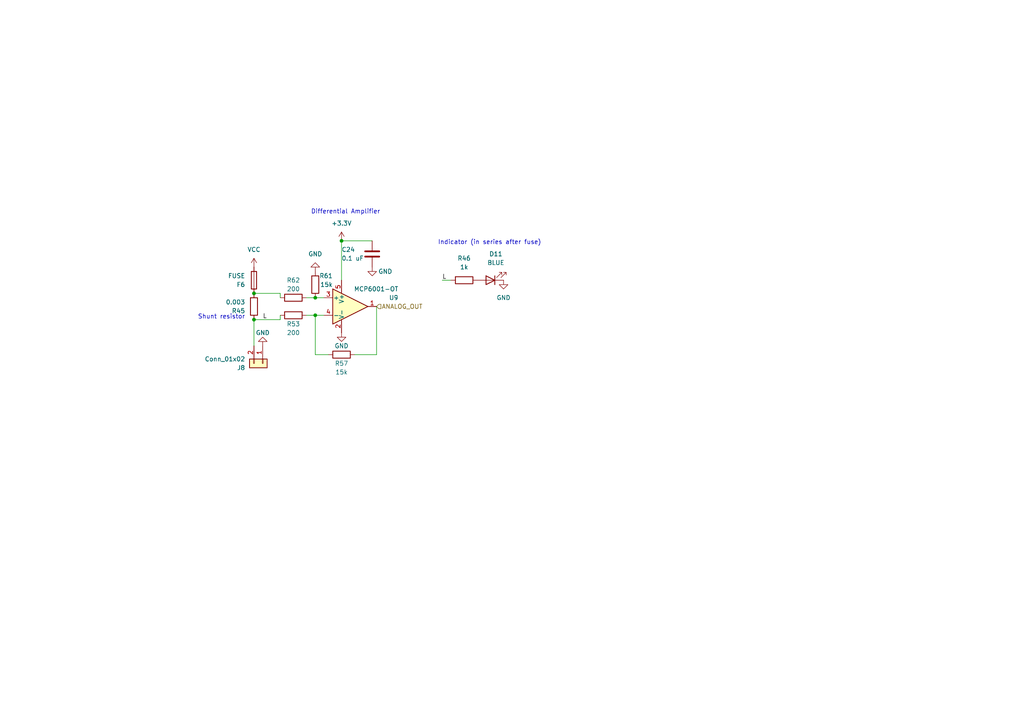
<source format=kicad_sch>
(kicad_sch (version 20230121) (generator eeschema)
  (paper "A4")
  (lib_symbols
    (symbol "Amplifier_Operational:MCP6001-OT" (pin_names (offset 0.127))
      (property "Reference" "U" (at -1.27 6.35 0))
      (property "Value" "MCP6001-OT" (at -1.27 3.81 0))
      (symbol "MCP6001-OT_0_1"
        (polyline (pts (xy -5.08 5.08) (xy 5.08 0) (xy -5.08 -5.08) (xy -5.08 5.08)) (stroke (width 0.254)) (fill (type background)))
        (pin power_in line (at -2.54 -7.62 90) (length 3.81) (name "V-") (number "2"))
        (pin power_in line (at -2.54 7.62 270) (length 3.81) (name "V+") (number "5"))
      )
      (symbol "MCP6001-OT_1_1"
        (pin output line (at 7.62 0 180) (length 2.54) (name "~") (number "1"))
        (pin input line (at -7.62 2.54 0) (length 2.54) (name "+") (number "3"))
        (pin input line (at -7.62 -2.54 0) (length 2.54) (name "-") (number "4"))
      )
    )
    (symbol "Connector_Generic:Conn_01x02" (pin_names (offset 1.016) hide)
      (property "Reference" "J" (at 0 2.54 0))
      (property "Value" "Conn_01x02" (at 0 -5.08 0))
      (symbol "Conn_01x02_1_1"
        (rectangle (start -1.27 -2.413) (end 0 -2.667) (stroke (width 0.1524)))
        (rectangle (start -1.27 0.127) (end 0 -0.127) (stroke (width 0.1524)))
        (rectangle (start -1.27 1.27) (end 1.27 -3.81) (stroke (width 0.254)) (fill (type background)))
        (pin passive line (at -5.08 0 0) (length 3.81) (name "Pin_1") (number "1"))
        (pin passive line (at -5.08 -2.54 0) (length 3.81) (name "Pin_2") (number "2"))
      )
    )
    (symbol "Device:C" (pin_numbers hide) (pin_names (offset 0.254))
      (property "Reference" "C" (at 0.635 2.54 0))
      (property "Value" "C" (at 0.635 -2.54 0))
      (symbol "C_0_1"
        (polyline (pts (xy -2.032 -0.762) (xy 2.032 -0.762)) (stroke (width 0.508)))
        (polyline (pts (xy -2.032 0.762) (xy 2.032 0.762)) (stroke (width 0.508)))
      )
      (symbol "C_1_1"
        (pin passive line (at 0 3.81 270) (length 2.794) (name "~") (number "1"))
        (pin passive line (at 0 -3.81 90) (length 2.794) (name "~") (number "2"))
      )
    )
    (symbol "Device:Fuse" (pin_numbers hide) (pin_names (offset 0))
      (property "Reference" "F" (at 2.032 0 90))
      (property "Value" "Fuse" (at -1.905 0 90))
      (symbol "Fuse_0_1"
        (rectangle (start -0.762 -2.54) (end 0.762 2.54) (stroke (width 0.254)))
        (polyline (pts (xy 0 2.54) (xy 0 -2.54)))
      )
      (symbol "Fuse_1_1"
        (pin passive line (at 0 3.81 270) (length 1.27) (name "~") (number "1"))
        (pin passive line (at 0 -3.81 90) (length 1.27) (name "~") (number "2"))
      )
    )
    (symbol "Device:LED" (pin_numbers hide) (pin_names (offset 1.016) hide)
      (property "Reference" "D" (at 0 2.54 0))
      (property "Value" "LED" (at 0 -2.54 0))
      (symbol "LED_0_1"
        (polyline (pts (xy -1.27 -1.27) (xy -1.27 1.27)) (stroke (width 0.254)))
        (polyline (pts (xy -1.27 0) (xy 1.27 0)))
        (polyline (pts (xy 1.27 -1.27) (xy 1.27 1.27) (xy -1.27 0) (xy 1.27 -1.27)) (stroke (width 0.254)))
        (polyline (pts (xy -3.048 -0.762) (xy -4.572 -2.286) (xy -3.81 -2.286) (xy -4.572 -2.286) (xy -4.572 -1.524)))
        (polyline (pts (xy -1.778 -0.762) (xy -3.302 -2.286) (xy -2.54 -2.286) (xy -3.302 -2.286) (xy -3.302 -1.524)))
      )
      (symbol "LED_1_1"
        (pin passive line (at -3.81 0 0) (length 2.54) (name "K") (number "1"))
        (pin passive line (at 3.81 0 180) (length 2.54) (name "A") (number "2"))
      )
    )
    (symbol "Device:R" (pin_numbers hide) (pin_names (offset 0))
      (property "Reference" "R" (at 2.032 0 90))
      (property "Value" "R" (at 0 0 90))
      (symbol "R_0_1"
        (rectangle (start -1.016 -2.54) (end 1.016 2.54) (stroke (width 0.254)))
      )
      (symbol "R_1_1"
        (pin passive line (at 0 3.81 270) (length 1.27) (name "~") (number "1"))
        (pin passive line (at 0 -3.81 90) (length 1.27) (name "~") (number "2"))
      )
    )
    (symbol "power:+3.3V" (power) (pin_names (offset 0))
      (property "Value" "+3.3V" (at 0 3.556 0))
      (symbol "+3.3V_0_1"
        (polyline (pts (xy -0.762 1.27) (xy 0 2.54)))
        (polyline (pts (xy 0 0) (xy 0 2.54)))
        (polyline (pts (xy 0 2.54) (xy 0.762 1.27)))
      )
      (symbol "+3.3V_1_1"
        (pin power_in line (at 0 0 90) (length 0) hide (name "+3.3V") (number "1"))
      )
    )
    (symbol "power:GND" (power) (pin_names (offset 0))
      (property "Value" "GND" (at 0 -3.81 0))
      (symbol "GND_0_1"
        (polyline (pts (xy 0 0) (xy 0 -1.27) (xy 1.27 -1.27) (xy 0 -2.54) (xy -1.27 -1.27) (xy 0 -1.27)))
      )
      (symbol "GND_1_1"
        (pin power_in line (at 0 0 270) (length 0) hide (name "GND") (number "1"))
      )
    )
    (symbol "power:VCC" (power) (pin_names (offset 0))
      (property "Value" "VCC" (at 0 3.81 0))
      (symbol "VCC_0_1"
        (polyline (pts (xy -0.762 1.27) (xy 0 2.54)))
        (polyline (pts (xy 0 0) (xy 0 2.54)))
        (polyline (pts (xy 0 2.54) (xy 0.762 1.27)))
      )
      (symbol "VCC_1_1"
        (pin power_in line (at 0 0 90) (length 0) hide (name "VCC") (number "1"))
      )
    )
  )
  (junction (at 91.44 91.44))
  (junction (at 73.66 85.09))
  (junction (at 91.44 86.36))
  (junction (at 99.06 69.85))
  (junction (at 73.66 92.71))
  (wire (pts (xy 93.98 91.44) (xy 91.44 91.44)))
  (wire (pts (xy 91.44 86.36) (xy 88.9 86.36)))
  (wire (pts (xy 81.28 91.44) (xy 81.28 92.71)))
  (wire (pts (xy 128.27 81.28) (xy 130.81 81.28)))
  (wire (pts (xy 81.28 86.36) (xy 81.28 85.09)))
  (wire (pts (xy 99.06 69.85) (xy 107.95 69.85)))
  (wire (pts (xy 93.98 86.36) (xy 91.44 86.36)))
  (wire (pts (xy 91.44 102.87) (xy 91.44 91.44)))
  (wire (pts (xy 73.66 100.33) (xy 73.66 92.71)))
  (wire (pts (xy 109.22 102.87) (xy 109.22 88.9)))
  (wire (pts (xy 73.66 92.71) (xy 81.28 92.71)))
  (wire (pts (xy 91.44 91.44) (xy 88.9 91.44)))
  (wire (pts (xy 91.44 102.87) (xy 95.25 102.87)))
  (wire (pts (xy 99.06 69.85) (xy 99.06 81.28)))
  (wire (pts (xy 73.66 85.09) (xy 81.28 85.09)))
  (wire (pts (xy 102.87 102.87) (xy 109.22 102.87)))
  (text "Differential Amplifier" (at 90.17 62.23 0) (effects (font (size 1.27 1.27)) (justify left bottom)))
  (text "Shunt resistor" (at 71.12 92.71 0) (effects (font (size 1.27 1.27)) (justify right bottom)))
  (text "Indicator (in series after fuse)" (at 127 71.12 0) (effects (font (size 1.27 1.27)) (justify left bottom)))
  (label "L" (at 76.2 92.71 0))
  (label "L" (at 128.27 81.28 0))
  (hierarchical_label "ANALOG_OUT" (shape input) (at 109.22 88.9 0))
  (symbol (lib_id "Connector_Generic:Conn_01x02") (at 76.2 105.41 270) (unit 1)
    (property "Reference" "J8" (at 71.12 106.6801 90) (effects (justify right)))
    (property "Value" "Conn_01x02" (at 71.12 104.1401 90) (effects (justify right)))
    (property "Footprint" "Connector_JST:JST_VH_B2P-VH-B_1x02_P3.96mm_Vertical" (effects hide))
    (instances (project "Hephaestos" (path "" (reference "J8") (unit 1)) (path "" (reference "J9") (unit 1)) (path "" (reference "J10") (unit 1)) (path "" (reference "J10") (unit 1)) (path "" (reference "J9") (unit 1)) (path "" (reference "J3") (unit 1)) (path "" (reference "J2") (unit 1)) (path "" (reference "J1") (unit 1))))
  )
  (symbol (lib_id "power:GND") (at 91.44 78.74 180) (unit 1)
    (property "Reference" "#PWR039" (effects hide))
    (property "Value" "GND" (at 91.44 73.66 0))
    (instances (project "Hephaestos" (path "" (reference "#PWR039") (unit 1)) (path "" (reference "#PWR046") (unit 1)) (path "" (reference "#PWR056") (unit 1)) (path "" (reference "#PWR063") (unit 1)) (path "" (reference "#PWR070") (unit 1)) (path "" (reference "#PWR077") (unit 1)) (path "" (reference "#PWR084") (unit 1)) (path "" (reference "#PWR091") (unit 1))))
  )
  (symbol (lib_id "power:VCC") (at 73.66 77.47 0) (unit 1)
    (property "Reference" "#PWR035" (effects hide))
    (property "Value" "VCC" (at 73.66 72.39 0))
    (instances (project "Hephaestos" (path "" (reference "#PWR035") (unit 1)) (path "" (reference "#PWR045") (unit 1)) (path "" (reference "#PWR055") (unit 1)) (path "" (reference "#PWR062") (unit 1)) (path "" (reference "#PWR069") (unit 1)) (path "" (reference "#PWR076") (unit 1)) (path "" (reference "#PWR083") (unit 1)) (path "" (reference "#PWR090") (unit 1))))
  )
  (symbol (lib_id "Device:R") (at 99.06 102.87 90) (unit 1)
    (property "Reference" "R57" (at 99.06 105.41 90))
    (property "Value" "15k" (at 99.06 107.95 90))
    (property "Footprint" "Resistor_SMD:R_0402_1005Metric" (effects hide))
    (instances (project "Hephaestos" (path "" (reference "R57") (unit 1)) (path "" (reference "R58") (unit 1)) (path "" (reference "R59") (unit 1)) (path "" (reference "R53") (unit 1)) (path "" (reference "R61") (unit 1)) (path "" (reference "R14") (unit 1)) (path "" (reference "R12") (unit 1)) (path "" (reference "R10") (unit 1))))
  )
  (symbol (lib_id "power:GND") (at 76.2 100.33 180) (unit 1)
    (property "Reference" "#PWR07" (effects hide))
    (property "Value" "GND" (at 76.2 96.52 0))
    (instances (project "Hephaestos" (path "" (reference "#PWR07") (unit 1)) (path "" (reference "#PWR09") (unit 1)) (path "" (reference "#PWR022") (unit 1)) (path "" (reference "#PWR023") (unit 1)) (path "" (reference "#PWR024") (unit 1)) (path "" (reference "#PWR025") (unit 1)) (path "" (reference "#PWR026") (unit 1)) (path "" (reference "#PWR027") (unit 1))))
  )
  (symbol (lib_id "Amplifier_Operational:MCP6001-OT") (at 101.6 88.9 0) (unit 1)
    (property "Reference" "U9" (at 115.57 86.36 0) (effects (justify right)))
    (property "Value" "MCP6001-OT" (at 115.57 83.82 0) (effects (justify right)))
    (property "Footprint" "Package_TO_SOT_SMD:SOT-23-5" (effects hide))
    (property "Datasheet" "http://ww1.microchip.com/downloads/en/DeviceDoc/21733j.pdf" (effects hide))
    (property "JLCPCB_CORRECTION" "0; 0; 180" (effects hide))
    (instances (project "Hephaestos" (path "" (reference "U9") (unit 1)) (path "" (reference "U10") (unit 1)) (path "" (reference "U11") (unit 1)) (path "" (reference "U12") (unit 1)) (path "" (reference "U13") (unit 1)) (path "" (reference "U3") (unit 1)) (path "" (reference "U2") (unit 1)) (path "" (reference "U1") (unit 1))))
  )
  (symbol (lib_id "power:GND") (at 107.95 77.47 0) (unit 1)
    (property "Reference" "#PWR032" (effects hide))
    (property "Value" "GND" (at 111.76 78.74 0))
    (instances (project "Hephaestos" (path "" (reference "#PWR032") (unit 1)) (path "" (reference "#PWR042") (unit 1)) (path "" (reference "#PWR052") (unit 1)) (path "" (reference "#PWR059") (unit 1)) (path "" (reference "#PWR066") (unit 1)) (path "" (reference "#PWR073") (unit 1)) (path "" (reference "#PWR080") (unit 1)) (path "" (reference "#PWR087") (unit 1))))
  )
  (symbol (lib_id "Device:C") (at 107.95 73.66 0) (unit 1)
    (property "Reference" "C24" (at 99.06 72.39 0) (effects (justify left)))
    (property "Value" "0.1 uF" (at 99.06 74.93 0) (effects (justify left)))
    (property "Footprint" "Capacitor_SMD:C_0402_1005Metric" (effects hide))
    (instances (project "Hephaestos" (path "" (reference "C24") (unit 1)) (path "" (reference "C25") (unit 1)) (path "" (reference "C26") (unit 1)) (path "" (reference "C25") (unit 1)) (path "" (reference "C26") (unit 1)) (path "" (reference "C3") (unit 1)) (path "" (reference "C2") (unit 1)) (path "" (reference "C1") (unit 1))))
  )
  (symbol (lib_id "Device:LED") (at 142.24 81.28 180) (unit 1)
    (property "Reference" "D11" (at 143.8275 73.66 0))
    (property "Value" "BLUE" (at 143.8275 76.2 0))
    (property "Footprint" "LED_SMD:LED_0805_2012Metric" (effects hide))
    (instances (project "Hephaestos" (path "" (reference "D11") (unit 1)) (path "" (reference "D12") (unit 1)) (path "" (reference "D13") (unit 1)) (path "" (reference "D13") (unit 1)) (path "" (reference "D11") (unit 1)) (path "" (reference "D3") (unit 1)) (path "" (reference "D2") (unit 1)) (path "" (reference "D1") (unit 1))))
  )
  (symbol (lib_id "Device:R") (at 85.09 86.36 270) (unit 1)
    (property "Reference" "R62" (at 85.09 81.28 90))
    (property "Value" "200" (at 85.09 83.82 90))
    (property "Footprint" "Resistor_SMD:R_0402_1005Metric" (effects hide))
    (instances (project "Hephaestos" (path "" (reference "R62") (unit 1)) (path "" (reference "R64") (unit 1)) (path "" (reference "R66") (unit 1)) (path "" (reference "R50") (unit 1)) (path "" (reference "R60") (unit 1)) (path "" (reference "R5") (unit 1)) (path "" (reference "R3") (unit 1)) (path "" (reference "R1") (unit 1))))
  )
  (symbol (lib_id "power:GND") (at 146.05 81.28 0) (unit 1)
    (property "Reference" "#PWR040" (effects hide))
    (property "Value" "GND" (at 146.05 86.36 0))
    (instances (project "Hephaestos" (path "" (reference "#PWR040") (unit 1)) (path "" (reference "#PWR050") (unit 1)) (path "" (reference "#PWR057") (unit 1)) (path "" (reference "#PWR064") (unit 1)) (path "" (reference "#PWR071") (unit 1)) (path "" (reference "#PWR078") (unit 1)) (path "" (reference "#PWR085") (unit 1)) (path "" (reference "#PWR092") (unit 1))))
  )
  (symbol (lib_id "Device:R") (at 91.44 82.55 180) (unit 1)
    (property "Reference" "R61" (at 96.52 80.01 0) (effects (justify left)))
    (property "Value" "15k" (at 96.52 82.55 0) (effects (justify left)))
    (property "Footprint" "Resistor_SMD:R_0402_1005Metric" (effects hide))
    (instances (project "Hephaestos" (path "" (reference "R61") (unit 1)) (path "" (reference "R63") (unit 1)) (path "" (reference "R65") (unit 1)) (path "" (reference "R51") (unit 1)) (path "" (reference "R59") (unit 1)) (path "" (reference "R6") (unit 1)) (path "" (reference "R4") (unit 1)) (path "" (reference "R2") (unit 1))))
  )
  (symbol (lib_id "Device:Fuse") (at 73.66 81.28 180) (unit 1)
    (property "Reference" "F6" (at 71.12 82.5501 0) (effects (justify left)))
    (property "Value" "FUSE" (at 71.12 80.0101 0) (effects (justify left)))
    (property "Footprint" "Fuse:Fuseholder_Blade_Mini_Keystone_3568" (effects hide))
    (instances (project "Hephaestos" (path "" (reference "F6") (unit 1)) (path "" (reference "F7") (unit 1)) (path "" (reference "F8") (unit 1)) (path "" (reference "F9") (unit 1)) (path "" (reference "F8") (unit 1)) (path "" (reference "F3") (unit 1)) (path "" (reference "F2") (unit 1)) (path "" (reference "F1") (unit 1))))
  )
  (symbol (lib_id "power:GND") (at 99.06 96.52 0) (unit 1)
    (property "Reference" "#PWR031" (effects hide))
    (property "Value" "GND" (at 99.06 100.33 0))
    (instances (project "Hephaestos" (path "" (reference "#PWR031") (unit 1)) (path "" (reference "#PWR041") (unit 1)) (path "" (reference "#PWR051") (unit 1)) (path "" (reference "#PWR058") (unit 1)) (path "" (reference "#PWR065") (unit 1)) (path "" (reference "#PWR072") (unit 1)) (path "" (reference "#PWR079") (unit 1)) (path "" (reference "#PWR086") (unit 1))))
  )
  (symbol (lib_id "Device:R") (at 73.66 88.9 180) (unit 1)
    (property "Reference" "R45" (at 71.12 90.17 0) (effects (justify left)))
    (property "Value" "0.003" (at 71.12 87.6301 0) (effects (justify left)))
    (property "Footprint" "Resistor_SMD:R_0805_2012Metric" (effects hide))
    (instances (project "Hephaestos" (path "" (reference "R45") (unit 1)) (path "" (reference "R47") (unit 1)) (path "" (reference "R49") (unit 1)) (path "" (reference "R52") (unit 1)) (path "" (reference "R62") (unit 1)) (path "" (reference "R23") (unit 1)) (path "" (reference "R21") (unit 1)) (path "" (reference "R19") (unit 1))))
  )
  (symbol (lib_id "Device:R") (at 134.62 81.28 270) (unit 1)
    (property "Reference" "R46" (at 134.62 74.93 90))
    (property "Value" "1k" (at 134.62 77.47 90))
    (property "Footprint" "Resistor_SMD:R_0402_1005Metric" (effects hide))
    (instances (project "Hephaestos" (path "" (reference "R46") (unit 1)) (path "" (reference "R48") (unit 1)) (path "" (reference "R50") (unit 1)) (path "" (reference "R57") (unit 1)) (path "" (reference "R55") (unit 1)) (path "" (reference "R22") (unit 1)) (path "" (reference "R20") (unit 1)) (path "" (reference "R18") (unit 1))))
  )
  (symbol (lib_id "power:+3.3V") (at 99.06 69.85 0) (unit 1)
    (property "Reference" "#PWR033" (effects hide))
    (property "Value" "+3.3V" (at 99.06 64.77 0))
    (instances (project "Hephaestos" (path "" (reference "#PWR033") (unit 1)) (path "" (reference "#PWR043") (unit 1)) (path "" (reference "#PWR053") (unit 1)) (path "" (reference "#PWR060") (unit 1)) (path "" (reference "#PWR067") (unit 1)) (path "" (reference "#PWR074") (unit 1)) (path "" (reference "#PWR081") (unit 1)) (path "" (reference "#PWR088") (unit 1))))
  )
  (symbol (lib_id "Device:R") (at 85.09 91.44 270) (unit 1)
    (property "Reference" "R53" (at 85.09 93.98 90))
    (property "Value" "200" (at 85.09 96.52 90))
    (property "Footprint" "Resistor_SMD:R_0402_1005Metric" (effects hide))
    (instances (project "Hephaestos" (path "" (reference "R53") (unit 1)) (path "" (reference "R54") (unit 1)) (path "" (reference "R55") (unit 1)) (path "" (reference "R54") (unit 1)) (path "" (reference "R58") (unit 1)) (path "" (reference "R13") (unit 1)) (path "" (reference "R11") (unit 1)) (path "" (reference "R9") (unit 1))))
  )
)
</source>
